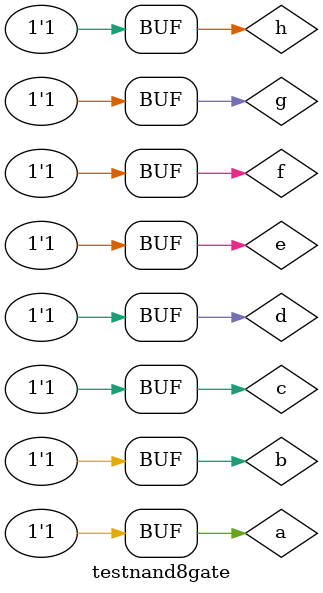
<source format=v>
module nand8gate ( output s, input a, input b, input c, input d, input e, input f, input g, input h );
assign s = (a | b | c | d | e | f | g | h);
endmodule // nand8gate
// --------------------- 
// -- test nand8 gate
// --------------------- 
module testnand8gate;
// ------------------------- dados locais 
reg a, b, c, d, e, f, g, h; // definir registradores
wire s; // definir conexao (fio) 
// ------------------------- instancia 
//Nand8gate NAND81 (s, a, b, c, d, e, f, g, h);
nand8gate NAND81 (s, a, b, c, d, e, f, g, h);       // CORRIGIDO
// ------------------------- preparacao
initial begin:setup
a=0; b=0; c=0; d=0; e=0; f=0; g=0; h=0;
end 
// ------------------------- parte principal 
initial begin 
$display("Exercício0007 - José Ferreira Reis Fonseca  - 405808");
$display("Test NOR8 gate");
$display("\n(a | b | c | d | e | f | g | h) = s\n");
#1 $monitor("%b | %b | %b | %b | %b | %b | %b | %b = %b", a, b, c, d, e, f, g, h, s);
#1
a=0; b=0; c=0; d=0; e=0; f=0; g=0; h=0;
#1
a=0; b=1; c=0; d=0; e=0; f=0; g=0; h=0;
#1
a=0; b=0; c=0; d=1; e=0; f=0; g=0; h=0;
#1
a=0; b=1; c=1; d=0; e=0; f=1; g=0; h=0;
#1
a=0; b=1; c=1; d=0; e=0; f=1; g=1; h=0;
#1
a=0; b=0; c=0; d=1; e=0; f=1; g=0; h=0;
#1
a=0; b=1; c=1; d=0; e=1; f=1; g=0; h=1;
#1
a=0; b=1; c=1; d=1; e=1; f=0; g=1; h=1;
#1
a=1; b=1; c=1; d=1; e=1; f=1; g=1; h=1;
end 
endmodule // testNandgate 
</source>
